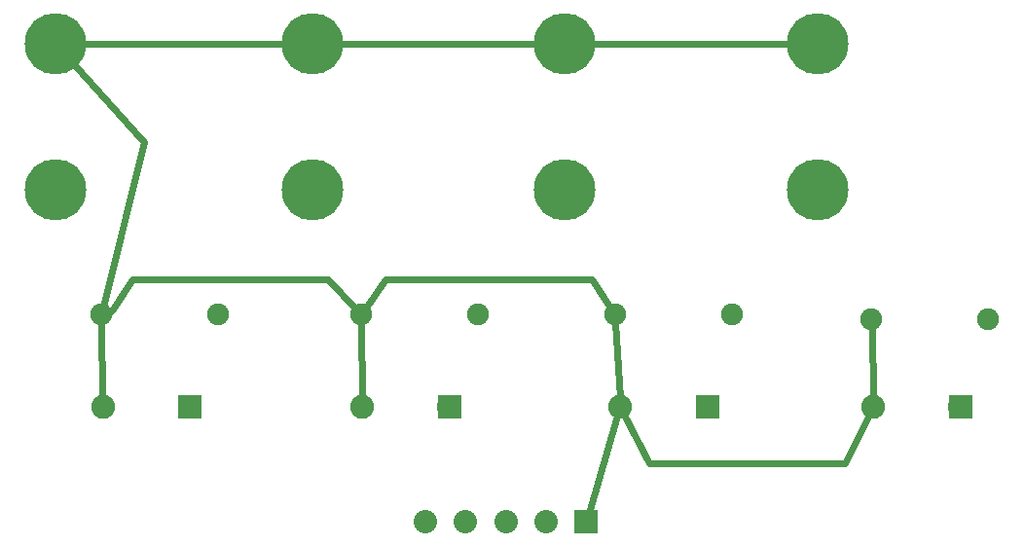
<source format=gbl>
G04 MADE WITH FRITZING*
G04 WWW.FRITZING.ORG*
G04 DOUBLE SIDED*
G04 HOLES PLATED*
G04 CONTOUR ON CENTER OF CONTOUR VECTOR*
%ASAXBY*%
%FSLAX23Y23*%
%MOIN*%
%OFA0B0*%
%SFA1.0B1.0*%
%ADD10C,0.210418*%
%ADD11C,0.080000*%
%ADD12C,0.075000*%
%ADD13C,0.082000*%
%ADD14R,0.080000X0.080000*%
%ADD15R,0.082000X0.082000*%
%ADD16C,0.024000*%
%LNCOPPER0*%
G90*
G70*
G54D10*
X1168Y1256D03*
X1168Y1756D03*
X2034Y1256D03*
X2034Y1756D03*
X2900Y1256D03*
X2900Y1756D03*
G54D11*
X2107Y121D03*
X1969Y121D03*
X1832Y121D03*
X1694Y121D03*
X1556Y121D03*
G54D12*
X446Y829D03*
X846Y829D03*
X1335Y829D03*
X1735Y829D03*
X2206Y829D03*
X2606Y829D03*
X3084Y814D03*
X3484Y814D03*
G54D13*
X749Y514D03*
X451Y514D03*
X1637Y514D03*
X1339Y514D03*
X3387Y514D03*
X3089Y514D03*
X2521Y514D03*
X2223Y514D03*
G54D10*
X288Y1256D03*
X288Y1756D03*
G54D14*
X2107Y121D03*
G54D15*
X750Y514D03*
X1638Y514D03*
X3388Y514D03*
X2522Y514D03*
G54D16*
X1945Y1756D02*
X1257Y1756D01*
D02*
X2810Y1756D02*
X2124Y1756D01*
D02*
X2214Y483D02*
X2116Y150D01*
D02*
X2993Y320D02*
X3075Y485D01*
D02*
X2323Y320D02*
X2993Y320D01*
D02*
X2237Y486D02*
X2323Y320D01*
D02*
X3085Y786D02*
X3088Y546D01*
D02*
X2207Y801D02*
X2221Y546D01*
D02*
X1339Y546D02*
X1335Y801D01*
D02*
X450Y546D02*
X447Y801D01*
D02*
X2126Y949D02*
X2190Y853D01*
D02*
X1419Y949D02*
X2126Y949D01*
D02*
X1351Y853D02*
X1419Y949D01*
D02*
X551Y950D02*
X1221Y949D01*
D02*
X1221Y949D02*
X1315Y850D01*
D02*
X483Y842D02*
X551Y950D01*
D02*
X474Y838D02*
X483Y842D01*
D02*
X377Y1756D02*
X1078Y1756D01*
D02*
X348Y1689D02*
X592Y1421D01*
D02*
X592Y1421D02*
X453Y857D01*
G04 End of Copper0*
M02*
</source>
